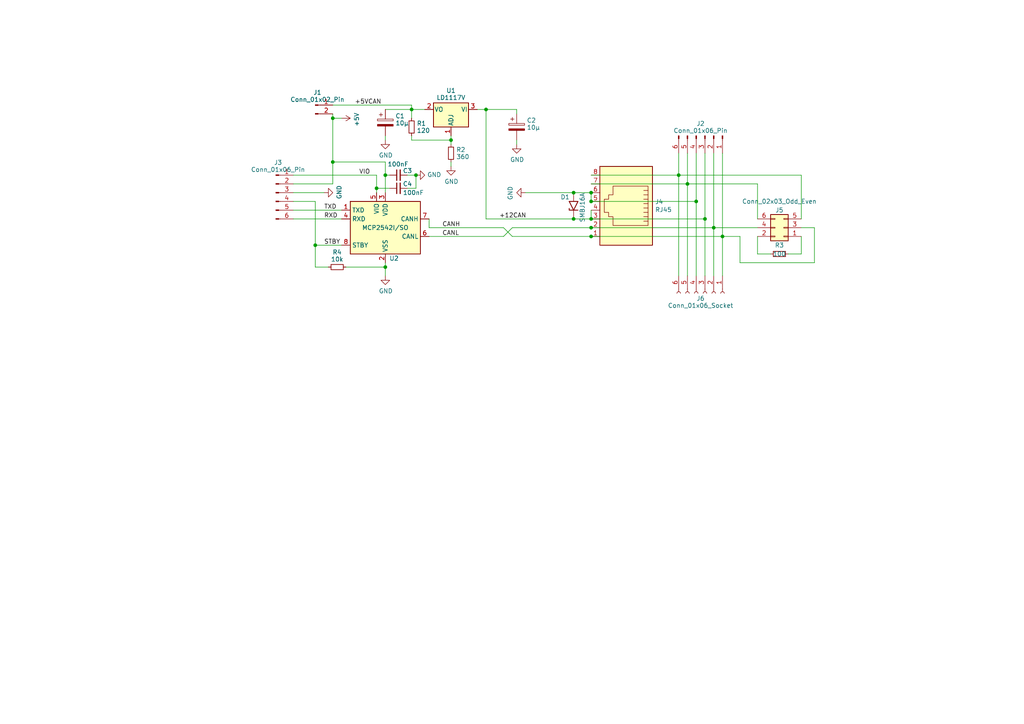
<source format=kicad_sch>
(kicad_sch (version 20230121) (generator eeschema)
  (paper "A4")
  (lib_symbols
    (symbol "Connector:Conn_01x02_Pin" (pin_names (offset 1.016) hide)
      (property "Reference" "J" (at 0 2.54 0))
      (property "Value" "Conn_01x02_Pin" (at 0 -5.08 0))
      (symbol "Conn_01x02_Pin_1_1"
        (polyline (pts (xy 1.27 -2.54) (xy 0.8636 -2.54)) (stroke (width 0.1524)))
        (polyline (pts (xy 1.27 0) (xy 0.8636 0)) (stroke (width 0.1524)))
        (rectangle (start 0.8636 -2.413) (end 0 -2.667) (stroke (width 0.1524)) (fill (type outline)))
        (rectangle (start 0.8636 0.127) (end 0 -0.127) (stroke (width 0.1524)) (fill (type outline)))
        (pin passive line (at 5.08 0 180) (length 3.81) (name "Pin_1") (number "1"))
        (pin passive line (at 5.08 -2.54 180) (length 3.81) (name "Pin_2") (number "2"))
      )
    )
    (symbol "Connector:Conn_01x06_Pin" (pin_names (offset 1.016) hide)
      (property "Reference" "J" (at 0 7.62 0))
      (property "Value" "Conn_01x06_Pin" (at 0 -10.16 0))
      (symbol "Conn_01x06_Pin_1_1"
        (polyline (pts (xy 1.27 -7.62) (xy 0.8636 -7.62)) (stroke (width 0.1524)))
        (polyline (pts (xy 1.27 -5.08) (xy 0.8636 -5.08)) (stroke (width 0.1524)))
        (polyline (pts (xy 1.27 -2.54) (xy 0.8636 -2.54)) (stroke (width 0.1524)))
        (polyline (pts (xy 1.27 0) (xy 0.8636 0)) (stroke (width 0.1524)))
        (polyline (pts (xy 1.27 2.54) (xy 0.8636 2.54)) (stroke (width 0.1524)))
        (polyline (pts (xy 1.27 5.08) (xy 0.8636 5.08)) (stroke (width 0.1524)))
        (rectangle (start 0.8636 -7.493) (end 0 -7.747) (stroke (width 0.1524)) (fill (type outline)))
        (rectangle (start 0.8636 -4.953) (end 0 -5.207) (stroke (width 0.1524)) (fill (type outline)))
        (rectangle (start 0.8636 -2.413) (end 0 -2.667) (stroke (width 0.1524)) (fill (type outline)))
        (rectangle (start 0.8636 0.127) (end 0 -0.127) (stroke (width 0.1524)) (fill (type outline)))
        (rectangle (start 0.8636 2.667) (end 0 2.413) (stroke (width 0.1524)) (fill (type outline)))
        (rectangle (start 0.8636 5.207) (end 0 4.953) (stroke (width 0.1524)) (fill (type outline)))
        (pin passive line (at 5.08 5.08 180) (length 3.81) (name "Pin_1") (number "1"))
        (pin passive line (at 5.08 2.54 180) (length 3.81) (name "Pin_2") (number "2"))
        (pin passive line (at 5.08 0 180) (length 3.81) (name "Pin_3") (number "3"))
        (pin passive line (at 5.08 -2.54 180) (length 3.81) (name "Pin_4") (number "4"))
        (pin passive line (at 5.08 -5.08 180) (length 3.81) (name "Pin_5") (number "5"))
        (pin passive line (at 5.08 -7.62 180) (length 3.81) (name "Pin_6") (number "6"))
      )
    )
    (symbol "Connector:Conn_01x06_Socket" (pin_names (offset 1.016) hide)
      (property "Reference" "J" (at 0 7.62 0))
      (property "Value" "Conn_01x06_Socket" (at 0 -10.16 0))
      (symbol "Conn_01x06_Socket_1_1"
        (arc (start 0 -7.112) (mid -0.5058 -7.62) (end 0 -8.128) (stroke (width 0.1524)))
        (arc (start 0 -4.572) (mid -0.5058 -5.08) (end 0 -5.588) (stroke (width 0.1524)))
        (arc (start 0 -2.032) (mid -0.5058 -2.54) (end 0 -3.048) (stroke (width 0.1524)))
        (polyline (pts (xy -1.27 -7.62) (xy -0.508 -7.62)) (stroke (width 0.1524)))
        (polyline (pts (xy -1.27 -5.08) (xy -0.508 -5.08)) (stroke (width 0.1524)))
        (polyline (pts (xy -1.27 -2.54) (xy -0.508 -2.54)) (stroke (width 0.1524)))
        (polyline (pts (xy -1.27 0) (xy -0.508 0)) (stroke (width 0.1524)))
        (polyline (pts (xy -1.27 2.54) (xy -0.508 2.54)) (stroke (width 0.1524)))
        (polyline (pts (xy -1.27 5.08) (xy -0.508 5.08)) (stroke (width 0.1524)))
        (arc (start 0 0.508) (mid -0.5058 0) (end 0 -0.508) (stroke (width 0.1524)))
        (arc (start 0 3.048) (mid -0.5058 2.54) (end 0 2.032) (stroke (width 0.1524)))
        (arc (start 0 5.588) (mid -0.5058 5.08) (end 0 4.572) (stroke (width 0.1524)))
        (pin passive line (at -5.08 5.08 0) (length 3.81) (name "Pin_1") (number "1"))
        (pin passive line (at -5.08 2.54 0) (length 3.81) (name "Pin_2") (number "2"))
        (pin passive line (at -5.08 0 0) (length 3.81) (name "Pin_3") (number "3"))
        (pin passive line (at -5.08 -2.54 0) (length 3.81) (name "Pin_4") (number "4"))
        (pin passive line (at -5.08 -5.08 0) (length 3.81) (name "Pin_5") (number "5"))
        (pin passive line (at -5.08 -7.62 0) (length 3.81) (name "Pin_6") (number "6"))
      )
    )
    (symbol "Connector:RJ45" (pin_names (offset 1.016))
      (property "Reference" "J" (at -5.08 13.97 0))
      (property "Value" "RJ45" (at 2.54 13.97 0))
      (symbol "RJ45_0_1"
        (polyline (pts (xy -5.08 4.445) (xy -6.35 4.445)))
        (polyline (pts (xy -5.08 5.715) (xy -6.35 5.715)))
        (polyline (pts (xy -6.35 -3.175) (xy -5.08 -3.175) (xy -5.08 -3.175)))
        (polyline (pts (xy -6.35 -1.905) (xy -5.08 -1.905) (xy -5.08 -1.905)))
        (polyline (pts (xy -6.35 -0.635) (xy -5.08 -0.635) (xy -5.08 -0.635)))
        (polyline (pts (xy -6.35 0.635) (xy -5.08 0.635) (xy -5.08 0.635)))
        (polyline (pts (xy -6.35 1.905) (xy -5.08 1.905) (xy -5.08 1.905)))
        (polyline (pts (xy -5.08 3.175) (xy -6.35 3.175) (xy -6.35 3.175)))
        (polyline (pts (xy -6.35 -4.445) (xy -6.35 6.985) (xy 3.81 6.985) (xy 3.81 4.445) (xy 5.08 4.445) (xy 5.08 3.175) (xy 6.35 3.175) (xy 6.35 -0.635) (xy 5.08 -0.635) (xy 5.08 -1.905) (xy 3.81 -1.905) (xy 3.81 -4.445) (xy -6.35 -4.445) (xy -6.35 -4.445)))
        (rectangle (start 7.62 12.7) (end -7.62 -10.16) (stroke (width 0.254)) (fill (type background)))
      )
      (symbol "RJ45_1_1"
        (pin passive line (at 10.16 -7.62 180) (length 2.54) (name "~") (number "1"))
        (pin passive line (at 10.16 -5.08 180) (length 2.54) (name "~") (number "2"))
        (pin passive line (at 10.16 -2.54 180) (length 2.54) (name "~") (number "3"))
        (pin passive line (at 10.16 0 180) (length 2.54) (name "~") (number "4"))
        (pin passive line (at 10.16 2.54 180) (length 2.54) (name "~") (number "5"))
        (pin passive line (at 10.16 5.08 180) (length 2.54) (name "~") (number "6"))
        (pin passive line (at 10.16 7.62 180) (length 2.54) (name "~") (number "7"))
        (pin passive line (at 10.16 10.16 180) (length 2.54) (name "~") (number "8"))
      )
    )
    (symbol "Connector_Generic:Conn_02x03_Odd_Even" (pin_names (offset 1.016) hide)
      (property "Reference" "J" (at 1.27 5.08 0))
      (property "Value" "Conn_02x03_Odd_Even" (at 1.27 -5.08 0))
      (symbol "Conn_02x03_Odd_Even_1_1"
        (rectangle (start -1.27 -2.413) (end 0 -2.667) (stroke (width 0.1524)))
        (rectangle (start -1.27 0.127) (end 0 -0.127) (stroke (width 0.1524)))
        (rectangle (start -1.27 2.667) (end 0 2.413) (stroke (width 0.1524)))
        (rectangle (start -1.27 3.81) (end 3.81 -3.81) (stroke (width 0.254)) (fill (type background)))
        (rectangle (start 3.81 -2.413) (end 2.54 -2.667) (stroke (width 0.1524)))
        (rectangle (start 3.81 0.127) (end 2.54 -0.127) (stroke (width 0.1524)))
        (rectangle (start 3.81 2.667) (end 2.54 2.413) (stroke (width 0.1524)))
        (pin passive line (at -5.08 2.54 0) (length 3.81) (name "Pin_1") (number "1"))
        (pin passive line (at 7.62 2.54 180) (length 3.81) (name "Pin_2") (number "2"))
        (pin passive line (at -5.08 0 0) (length 3.81) (name "Pin_3") (number "3"))
        (pin passive line (at 7.62 0 180) (length 3.81) (name "Pin_4") (number "4"))
        (pin passive line (at -5.08 -2.54 0) (length 3.81) (name "Pin_5") (number "5"))
        (pin passive line (at 7.62 -2.54 180) (length 3.81) (name "Pin_6") (number "6"))
      )
    )
    (symbol "Device:C_Polarized" (pin_numbers hide) (pin_names (offset 0.254))
      (property "Reference" "C" (at 0.635 2.54 0))
      (property "Value" "C_Polarized" (at 0.635 -2.54 0))
      (symbol "C_Polarized_0_1"
        (rectangle (start -2.286 0.508) (end 2.286 1.016))
        (polyline (pts (xy -1.778 2.286) (xy -0.762 2.286)))
        (polyline (pts (xy -1.27 2.794) (xy -1.27 1.778)))
        (rectangle (start 2.286 -0.508) (end -2.286 -1.016) (fill (type outline)))
      )
      (symbol "C_Polarized_1_1"
        (pin passive line (at 0 3.81 270) (length 2.794) (name "~") (number "1"))
        (pin passive line (at 0 -3.81 90) (length 2.794) (name "~") (number "2"))
      )
    )
    (symbol "Device:C_Small" (pin_numbers hide) (pin_names (offset 0.254) hide)
      (property "Reference" "C" (at 0.254 1.778 0))
      (property "Value" "C_Small" (at 0.254 -2.032 0))
      (symbol "C_Small_0_1"
        (polyline (pts (xy -1.524 -0.508) (xy 1.524 -0.508)) (stroke (width 0.3302)))
        (polyline (pts (xy -1.524 0.508) (xy 1.524 0.508)) (stroke (width 0.3048)))
      )
      (symbol "C_Small_1_1"
        (pin passive line (at 0 2.54 270) (length 2.032) (name "~") (number "1"))
        (pin passive line (at 0 -2.54 90) (length 2.032) (name "~") (number "2"))
      )
    )
    (symbol "Device:R_Small" (pin_numbers hide) (pin_names (offset 0.254) hide)
      (property "Reference" "R" (at 0.762 0.508 0))
      (property "Value" "R_Small" (at 0.762 -1.016 0))
      (symbol "R_Small_0_1"
        (rectangle (start -0.762 1.778) (end 0.762 -1.778) (stroke (width 0.2032)))
      )
      (symbol "R_Small_1_1"
        (pin passive line (at 0 2.54 270) (length 0.762) (name "~") (number "1"))
        (pin passive line (at 0 -2.54 90) (length 0.762) (name "~") (number "2"))
      )
    )
    (symbol "Diode:1.5KExxA" (pin_numbers hide) (pin_names (offset 1.016) hide)
      (property "Reference" "D" (at 0 2.54 0))
      (property "Value" "1.5KExxA" (at 0 -2.54 0))
      (symbol "1.5KExxA_0_1"
        (polyline (pts (xy -0.762 1.27) (xy -1.27 1.27) (xy -1.27 -1.27)) (stroke (width 0.254)))
        (polyline (pts (xy 1.27 1.27) (xy 1.27 -1.27) (xy -1.27 0) (xy 1.27 1.27)) (stroke (width 0.254)))
      )
      (symbol "1.5KExxA_1_1"
        (pin passive line (at -3.81 0 0) (length 2.54) (name "A1") (number "1"))
        (pin passive line (at 3.81 0 180) (length 2.54) (name "A2") (number "2"))
      )
    )
    (symbol "Interface_CAN_LIN:MCP2542FDxMF"
      (property "Reference" "U" (at -10.16 8.89 0))
      (property "Value" "MCP2542FDxMF" (at 2.54 8.89 0))
      (symbol "MCP2542FDxMF_0_1"
        (rectangle (start -10.16 7.62) (end 10.16 -7.62) (stroke (width 0.254)) (fill (type background)))
      )
      (symbol "MCP2542FDxMF_1_1"
        (pin input line (at -12.7 5.08 0) (length 2.54) (name "TXD") (number "1"))
        (pin power_in line (at 0 -10.16 90) (length 2.54) (name "VSS") (number "2"))
        (pin power_in line (at 0 10.16 270) (length 2.54) (name "VDD") (number "3"))
        (pin output line (at -12.7 2.54 0) (length 2.54) (name "RXD") (number "4"))
        (pin power_in line (at -2.54 10.16 270) (length 2.54) (name "VIO") (number "5"))
        (pin bidirectional line (at 12.7 -2.54 180) (length 2.54) (name "CANL") (number "6"))
        (pin bidirectional line (at 12.7 2.54 180) (length 2.54) (name "CANH") (number "7"))
        (pin input line (at -12.7 -5.08 0) (length 2.54) (name "STBY") (number "8"))
        (pin passive line (at 0 -10.16 90) (length 2.54) hide (name "VSS") (number "9"))
      )
    )
    (symbol "Regulator_Linear:LM317_TO-220" (pin_names (offset 0.254))
      (property "Reference" "U" (at -3.81 3.175 0))
      (property "Value" "LM317_TO-220" (at 0 3.175 0))
      (symbol "LM317_TO-220_0_1"
        (rectangle (start -5.08 1.905) (end 5.08 -5.08) (stroke (width 0.254)) (fill (type background)))
      )
      (symbol "LM317_TO-220_1_1"
        (pin input line (at 0 -7.62 90) (length 2.54) (name "ADJ") (number "1"))
        (pin power_out line (at 7.62 0 180) (length 2.54) (name "VO") (number "2"))
        (pin power_in line (at -7.62 0 0) (length 2.54) (name "VI") (number "3"))
      )
    )
    (symbol "power:+5V" (power) (pin_names (offset 0))
      (property "Value" "+5V" (at 0 3.556 0))
      (symbol "+5V_0_1"
        (polyline (pts (xy -0.762 1.27) (xy 0 2.54)))
        (polyline (pts (xy 0 0) (xy 0 2.54)))
        (polyline (pts (xy 0 2.54) (xy 0.762 1.27)))
      )
      (symbol "+5V_1_1"
        (pin power_in line (at 0 0 90) (length 0) hide (name "+5V") (number "1"))
      )
    )
    (symbol "power:GND" (power) (pin_names (offset 0))
      (property "Value" "GND" (at 0 -3.81 0))
      (symbol "GND_0_1"
        (polyline (pts (xy 0 0) (xy 0 -1.27) (xy 1.27 -1.27) (xy 0 -2.54) (xy -1.27 -1.27) (xy 0 -1.27)))
      )
      (symbol "GND_1_1"
        (pin power_in line (at 0 0 270) (length 0) hide (name "GND") (number "1"))
      )
    )
  )
  (junction (at 171.45 66.04))
  (junction (at 140.97 31.75))
  (junction (at 91.44 71.12))
  (junction (at 171.45 58.42))
  (junction (at 171.45 55.88))
  (junction (at 209.55 68.58))
  (junction (at 120.65 50.8))
  (junction (at 171.45 68.58))
  (junction (at 130.81 40.64))
  (junction (at 204.47 63.5))
  (junction (at 207.01 66.04))
  (junction (at 96.52 46.99))
  (junction (at 109.22 54.61))
  (junction (at 111.76 77.47))
  (junction (at 199.39 53.34))
  (junction (at 166.37 63.5))
  (junction (at 119.38 31.75))
  (junction (at 111.76 50.8))
  (junction (at 96.52 34.29))
  (junction (at 196.85 50.8))
  (junction (at 171.45 63.5))
  (junction (at 166.37 55.88))
  (junction (at 201.93 58.42))
  (wire (pts (xy 148.59 66.04) (xy 146.05 68.58)))
  (wire (pts (xy 138.43 31.75) (xy 140.97 31.75)))
  (wire (pts (xy 236.22 66.04) (xy 232.41 66.04)))
  (wire (pts (xy 214.63 76.2) (xy 236.22 76.2)))
  (wire (pts (xy 111.76 50.8) (xy 111.76 55.88)))
  (wire (pts (xy 124.46 66.04) (xy 124.46 63.5)))
  (wire (pts (xy 140.97 31.75) (xy 140.97 63.5)))
  (wire (pts (xy 148.59 68.58) (xy 171.45 68.58)))
  (wire (pts (xy 96.52 46.99) (xy 96.52 53.34)))
  (wire (pts (xy 171.45 50.8) (xy 196.85 50.8)))
  (wire (pts (xy 111.76 77.47) (xy 111.76 80.01)))
  (wire (pts (xy 214.63 68.58) (xy 214.63 76.2)))
  (wire (pts (xy 119.38 39.37) (xy 119.38 40.64)))
  (wire (pts (xy 204.47 44.45) (xy 204.47 63.5)))
  (wire (pts (xy 124.46 66.04) (xy 146.05 66.04)))
  (wire (pts (xy 85.09 60.96) (xy 99.06 60.96)))
  (wire (pts (xy 149.86 33.02) (xy 149.86 31.75)))
  (wire (pts (xy 119.38 31.75) (xy 119.38 30.48)))
  (wire (pts (xy 124.46 68.58) (xy 146.05 68.58)))
  (wire (pts (xy 232.41 50.8) (xy 232.41 63.5)))
  (wire (pts (xy 96.52 34.29) (xy 96.52 46.99)))
  (wire (pts (xy 96.52 53.34) (xy 85.09 53.34)))
  (wire (pts (xy 85.09 58.42) (xy 91.44 58.42)))
  (wire (pts (xy 111.76 39.37) (xy 111.76 40.64)))
  (wire (pts (xy 85.09 63.5) (xy 99.06 63.5)))
  (wire (pts (xy 219.71 68.58) (xy 219.71 73.66)))
  (wire (pts (xy 201.93 58.42) (xy 201.93 80.01)))
  (wire (pts (xy 171.45 58.42) (xy 201.93 58.42)))
  (wire (pts (xy 204.47 63.5) (xy 204.47 80.01)))
  (wire (pts (xy 109.22 50.8) (xy 85.09 50.8)))
  (wire (pts (xy 196.85 50.8) (xy 196.85 80.01)))
  (wire (pts (xy 111.76 31.75) (xy 119.38 31.75)))
  (wire (pts (xy 149.86 40.64) (xy 149.86 41.91)))
  (wire (pts (xy 232.41 73.66) (xy 228.6 73.66)))
  (wire (pts (xy 201.93 44.45) (xy 201.93 58.42)))
  (wire (pts (xy 130.81 40.64) (xy 130.81 41.91)))
  (wire (pts (xy 207.01 66.04) (xy 219.71 66.04)))
  (wire (pts (xy 148.59 68.58) (xy 146.05 66.04)))
  (wire (pts (xy 91.44 77.47) (xy 91.44 71.12)))
  (wire (pts (xy 171.45 63.5) (xy 171.45 60.96)))
  (wire (pts (xy 166.37 55.88) (xy 171.45 55.88)))
  (wire (pts (xy 109.22 54.61) (xy 109.22 55.88)))
  (wire (pts (xy 199.39 53.34) (xy 199.39 80.01)))
  (wire (pts (xy 118.11 50.8) (xy 120.65 50.8)))
  (wire (pts (xy 149.86 31.75) (xy 140.97 31.75)))
  (wire (pts (xy 113.03 54.61) (xy 109.22 54.61)))
  (wire (pts (xy 130.81 39.37) (xy 130.81 40.64)))
  (wire (pts (xy 199.39 44.45) (xy 199.39 53.34)))
  (wire (pts (xy 96.52 30.48) (xy 119.38 30.48)))
  (wire (pts (xy 171.45 53.34) (xy 199.39 53.34)))
  (wire (pts (xy 232.41 68.58) (xy 232.41 73.66)))
  (wire (pts (xy 111.76 76.2) (xy 111.76 77.47)))
  (wire (pts (xy 152.4 55.88) (xy 166.37 55.88)))
  (wire (pts (xy 85.09 55.88) (xy 93.98 55.88)))
  (wire (pts (xy 119.38 31.75) (xy 119.38 34.29)))
  (wire (pts (xy 171.45 66.04) (xy 207.01 66.04)))
  (wire (pts (xy 113.03 50.8) (xy 111.76 50.8)))
  (wire (pts (xy 111.76 46.99) (xy 96.52 46.99)))
  (wire (pts (xy 130.81 46.99) (xy 130.81 48.26)))
  (wire (pts (xy 196.85 50.8) (xy 232.41 50.8)))
  (wire (pts (xy 140.97 63.5) (xy 166.37 63.5)))
  (wire (pts (xy 171.45 55.88) (xy 171.45 58.42)))
  (wire (pts (xy 171.45 63.5) (xy 166.37 63.5)))
  (wire (pts (xy 123.19 31.75) (xy 119.38 31.75)))
  (wire (pts (xy 209.55 44.45) (xy 209.55 68.58)))
  (wire (pts (xy 199.39 53.34) (xy 219.71 53.34)))
  (wire (pts (xy 119.38 40.64) (xy 130.81 40.64)))
  (wire (pts (xy 219.71 73.66) (xy 223.52 73.66)))
  (wire (pts (xy 96.52 34.29) (xy 99.06 34.29)))
  (wire (pts (xy 207.01 66.04) (xy 207.01 80.01)))
  (wire (pts (xy 109.22 50.8) (xy 109.22 54.61)))
  (wire (pts (xy 219.71 63.5) (xy 219.71 53.34)))
  (wire (pts (xy 236.22 76.2) (xy 236.22 66.04)))
  (wire (pts (xy 196.85 44.45) (xy 196.85 50.8)))
  (wire (pts (xy 118.11 54.61) (xy 120.65 54.61)))
  (wire (pts (xy 120.65 54.61) (xy 120.65 50.8)))
  (wire (pts (xy 95.25 77.47) (xy 91.44 77.47)))
  (wire (pts (xy 96.52 34.29) (xy 96.52 33.02)))
  (wire (pts (xy 207.01 44.45) (xy 207.01 66.04)))
  (wire (pts (xy 209.55 68.58) (xy 209.55 80.01)))
  (wire (pts (xy 148.59 66.04) (xy 171.45 66.04)))
  (wire (pts (xy 111.76 50.8) (xy 111.76 46.99)))
  (wire (pts (xy 171.45 63.5) (xy 204.47 63.5)))
  (wire (pts (xy 100.33 77.47) (xy 111.76 77.47)))
  (wire (pts (xy 209.55 68.58) (xy 214.63 68.58)))
  (wire (pts (xy 91.44 71.12) (xy 99.06 71.12)))
  (wire (pts (xy 171.45 68.58) (xy 209.55 68.58)))
  (wire (pts (xy 91.44 58.42) (xy 91.44 71.12)))
  (label "CANH" (at 128.27 66.04 0))
  (label "STBY" (at 93.98 71.12 0))
  (label "+12CAN" (at 144.78 63.5 0))
  (label "+5VCAN" (at 102.87 30.48 0))
  (label "CANL" (at 128.27 68.58 0))
  (label "RXD" (at 93.98 63.5 0))
  (label "VIO" (at 104.14 50.8 0))
  (label "TXD" (at 93.98 60.96 0))
  (symbol (lib_id "Connector_Generic:Conn_02x03_Odd_Even") (at 227.33 66.04 180) (unit 1)
    (property "Reference" "J5" (at 226.06 60.96 0))
    (property "Value" "Conn_02x03_Odd_Even" (at 226.06 58.42 0))
    (property "Footprint" "Connector_PinHeader_2.54mm:PinHeader_2x03_P2.54mm_Vertical" (effects hide))
    (property "P/N" "stock" (effects hide))
  )
  (symbol (lib_id "Device:C_Small") (at 115.57 54.61 90) (unit 1)
    (property "Reference" "C4" (at 116.84 53.34 90) (effects (justify right)))
    (property "Value" "100nF" (at 116.84 55.88 90) (effects (justify right)))
    (property "Footprint" "Capacitor_SMD:C_0603_1608Metric_Pad1.08x0.95mm_HandSolder" (effects hide))
    (property "P/N" "MC0603B104K250CT (stock)" (effects hide))
  )
  (symbol (lib_id "Connector:Conn_01x06_Pin") (at 204.47 39.37 270) (unit 1)
    (property "Reference" "J2" (at 203.2 35.8408 90))
    (property "Value" "Conn_01x06_Pin" (at 203.2 37.8888 90))
    (property "Footprint" "Connector_PinHeader_2.54mm:PinHeader_1x06_P2.54mm_Horizontal" (effects hide))
  )
  (symbol (lib_id "power:GND") (at 130.81 48.26 0) (unit 1)
    (property "Reference" "#PWR04" (effects hide))
    (property "Value" "GND" (at 130.937 52.6542 0))
  )
  (symbol (lib_id "Device:R_Small") (at 119.38 36.83 0) (unit 1)
    (property "Reference" "R1" (at 120.8786 35.806 0) (effects (justify left)))
    (property "Value" "120" (at 120.8786 37.854 0) (effects (justify left)))
    (property "Footprint" "Resistor_THT:R_Axial_DIN0309_L9.0mm_D3.2mm_P12.70mm_Horizontal" (effects hide))
  )
  (symbol (lib_id "Device:R_Small") (at 97.79 77.47 90) (unit 1)
    (property "Reference" "R4" (at 97.79 73.1534 90))
    (property "Value" "10k" (at 97.79 75.2014 90))
    (property "Footprint" "Resistor_SMD:R_0805_2012Metric_Pad1.20x1.40mm_HandSolder" (effects hide))
  )
  (symbol (lib_id "Device:C_Small") (at 115.57 50.8 90) (unit 1)
    (property "Reference" "C3" (at 116.84 49.53 90) (effects (justify right)))
    (property "Value" "100nF" (at 112.395 47.625 90) (effects (justify right)))
    (property "Footprint" "Capacitor_SMD:C_0603_1608Metric_Pad1.08x0.95mm_HandSolder" (effects hide))
    (property "P/N" "MC0603B104K250CT (stock)" (effects hide))
  )
  (symbol (lib_id "power:GND") (at 93.98 55.88 90) (unit 1)
    (property "Reference" "#PWR06" (effects hide))
    (property "Value" "GND" (at 98.3742 55.753 0))
  )
  (symbol (lib_id "power:GND") (at 111.76 40.64 0) (unit 1)
    (property "Reference" "#PWR02" (effects hide))
    (property "Value" "GND" (at 111.887 45.0342 0))
  )
  (symbol (lib_id "power:GND") (at 152.4 55.88 270) (unit 1)
    (property "Reference" "#PWR07" (effects hide))
    (property "Value" "GND" (at 148.0058 56.007 0))
  )
  (symbol (lib_id "Device:R_Small") (at 226.06 73.66 270) (unit 1)
    (property "Reference" "R3" (at 226.06 71.12 90))
    (property "Value" "100" (at 226.06 73.66 90))
    (property "Footprint" "Resistor_SMD:R_0805_2012Metric_Pad1.20x1.40mm_HandSolder" (effects hide))
    (property "P/N" "MCWF08P1000FTL (stock)" (effects hide))
  )
  (symbol (lib_id "Connector:RJ45") (at 181.61 60.96 0) (mirror y) (unit 1)
    (property "Reference" "J4" (at 189.992 58.5216 0) (effects (justify right)))
    (property "Value" "RJ45" (at 189.992 60.833 0) (effects (justify right)))
    (property "Footprint" "local:RJ45_Amphenol_54602-x08_Horizontal_handsolder" (effects hide))
    (property "P/N" "54601-908WPLF (stock)" (effects hide))
  )
  (symbol (lib_id "power:GND") (at 111.76 80.01 0) (unit 1)
    (property "Reference" "#PWR08" (effects hide))
    (property "Value" "GND" (at 111.887 84.4042 0))
  )
  (symbol (lib_id "power:+5V") (at 99.06 34.29 270) (unit 1)
    (property "Reference" "#PWR01" (effects hide))
    (property "Value" "+5V" (at 103.4542 34.671 0))
  )
  (symbol (lib_id "power:GND") (at 120.65 50.8 90) (unit 1)
    (property "Reference" "#PWR05" (effects hide))
    (property "Value" "GND" (at 123.9012 50.673 90) (effects (justify right)))
  )
  (symbol (lib_id "Connector:Conn_01x06_Pin") (at 80.01 55.88 0) (unit 1)
    (property "Reference" "J3" (at 80.645 47.1438 0))
    (property "Value" "Conn_01x06_Pin" (at 80.645 49.1918 0))
    (property "Footprint" "Connector_PinHeader_2.54mm:PinHeader_1x06_P2.54mm_Horizontal" (effects hide))
  )
  (symbol (lib_id "power:GND") (at 149.86 41.91 0) (unit 1)
    (property "Reference" "#PWR03" (effects hide))
    (property "Value" "GND" (at 149.987 46.3042 0))
  )
  (symbol (lib_id "Device:C_Polarized") (at 111.76 35.56 0) (unit 1)
    (property "Reference" "C1" (at 114.681 33.647 0) (effects (justify left)))
    (property "Value" "10µ" (at 114.681 35.695 0) (effects (justify left)))
    (property "Footprint" "Capacitor_THT:CP_Axial_L11.0mm_D5.0mm_P18.00mm_Horizontal" (effects hide))
  )
  (symbol (lib_id "Diode:1.5KExxA") (at 166.37 59.69 90) (unit 1)
    (property "Reference" "D1" (at 162.56 57.15 90) (effects (justify right)))
    (property "Value" "SMBJ16A" (at 168.91 55.88 0) (effects (justify right)))
    (property "Footprint" "Diode_SMD:D_SMB_Handsoldering" (effects hide))
    (property "Datasheet" "https://www.vishay.com/docs/88301/15ke.pdf" (effects hide))
    (property "P/N" " SMBJ16Ae3/TR13 (M)" (effects hide))
  )
  (symbol (lib_id "Interface_CAN_LIN:MCP2542FDxMF") (at 111.76 66.04 0) (unit 1)
    (property "Reference" "U2" (at 114.3 74.93 0))
    (property "Value" "MCP2542I/SO" (at 111.76 66.04 0))
    (property "Footprint" "Package_DIP:DIP-8_W7.62mm_Socket_LongPads" (effects hide))
    (property "P/N" "stock" (effects hide))
  )
  (symbol (lib_id "Connector:Conn_01x06_Socket") (at 204.47 85.09 270) (unit 1)
    (property "Reference" "J6" (at 203.2 86.5712 90))
    (property "Value" "Conn_01x06_Socket" (at 203.2 88.6192 90))
    (property "Footprint" "Connector_PinSocket_2.54mm:PinSocket_1x06_P2.54mm_Horizontal" (effects hide))
  )
  (symbol (lib_id "Device:R_Small") (at 130.81 44.45 180) (unit 1)
    (property "Reference" "R2" (at 132.3086 43.426 0) (effects (justify right)))
    (property "Value" "360" (at 132.3086 45.474 0) (effects (justify right)))
    (property "Footprint" "Resistor_THT:R_Axial_DIN0309_L9.0mm_D3.2mm_P12.70mm_Horizontal" (effects hide))
  )
  (symbol (lib_id "Connector:Conn_01x02_Pin") (at 91.44 30.48 0) (unit 1)
    (property "Reference" "J1" (at 92.075 26.8238 0))
    (property "Value" "Conn_01x02_Pin" (at 92.075 28.8718 0))
    (property "Footprint" "Connector_PinHeader_2.54mm:PinHeader_1x02_P2.54mm_Vertical" (effects hide))
  )
  (symbol (lib_id "Device:C_Polarized") (at 149.86 36.83 0) (unit 1)
    (property "Reference" "C2" (at 152.781 34.917 0) (effects (justify left)))
    (property "Value" "10µ" (at 152.781 36.965 0) (effects (justify left)))
    (property "Footprint" "Capacitor_THT:CP_Axial_L11.0mm_D5.0mm_P18.00mm_Horizontal" (effects hide))
  )
  (symbol (lib_id "Regulator_Linear:LM317_TO-220") (at 130.81 31.75 0) (mirror y) (unit 1)
    (property "Reference" "U1" (at 130.81 26.265 0))
    (property "Value" "LD1117V" (at 130.81 28.313 0))
    (property "Footprint" "Package_TO_SOT_THT:TO-220-3_Vertical" (effects hide))
    (property "Datasheet" "http://www.ti.com/lit/ds/symlink/lm317.pdf" (effects hide))
  )
)
</source>
